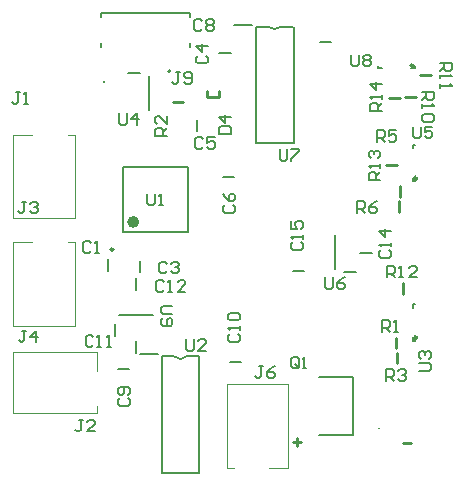
<source format=gbr>
%TF.GenerationSoftware,Altium Limited,Altium Designer,22.10.1 (41)*%
G04 Layer_Color=65535*
%FSLAX45Y45*%
%MOMM*%
%TF.SameCoordinates,8149DA90-88D9-4985-9A7D-E7F2AEE67DA1*%
%TF.FilePolarity,Positive*%
%TF.FileFunction,Legend,Top*%
%TF.Part,Single*%
G01*
G75*
%TA.AperFunction,NonConductor*%
%ADD57C,0.20320*%
%ADD58C,0.15300*%
%ADD59C,0.25400*%
%ADD68C,0.20000*%
%ADD69C,0.10000*%
%ADD70C,0.25000*%
%ADD71C,0.50000*%
%ADD72C,0.15000*%
%ADD73C,0.12700*%
D57*
X1144022Y1109240D02*
Y1205760D01*
X2908660Y1789740D02*
X3010260D01*
X2832460Y1817240D02*
Y2107240D01*
X969740Y1249740D02*
Y1351340D01*
X997240Y1427540D02*
X1287240D01*
X2701735Y3740978D02*
X2798255D01*
X1936735Y1033478D02*
X2033255D01*
X1848684Y3646086D02*
X1945204D01*
X3041740Y1949022D02*
X3138260D01*
X1141024Y1641735D02*
Y1738255D01*
X1252540Y3162762D02*
Y3452759D01*
X1074740Y3480262D02*
X1176340D01*
X1876735Y2593980D02*
X1973255D01*
X1178981Y1791745D02*
Y1888265D01*
X2471740Y1798981D02*
X2568260D01*
X991743Y969020D02*
X1088263D01*
X908720Y1801741D02*
Y1898261D01*
X1659022Y2981735D02*
Y3078255D01*
D58*
X160000Y3312484D02*
X126677D01*
X143339D01*
Y3229177D01*
X126677Y3212516D01*
X110016D01*
X93355Y3229177D01*
X193323Y3212516D02*
X226645D01*
X209984D01*
Y3312484D01*
X193323Y3295822D01*
X1407484Y2946693D02*
X1307516D01*
Y2996677D01*
X1324177Y3013338D01*
X1357500D01*
X1374161Y2996677D01*
Y2946693D01*
Y2980016D02*
X1407484Y3013338D01*
Y3113306D02*
Y3046661D01*
X1340839Y3113306D01*
X1324177D01*
X1307516Y3096645D01*
Y3063323D01*
X1324177Y3046661D01*
X1845016Y2956693D02*
X1944984D01*
Y3006677D01*
X1928322Y3023338D01*
X1861677D01*
X1845016Y3006677D01*
Y2956693D01*
X1944984Y3106645D02*
X1845016D01*
X1895000Y3056661D01*
Y3123306D01*
X3717516Y3563298D02*
X3817484D01*
Y3513314D01*
X3800823Y3496653D01*
X3767500D01*
X3750839Y3513314D01*
Y3563298D01*
Y3529975D02*
X3717516Y3496653D01*
Y3463330D02*
Y3430008D01*
Y3446669D01*
X3817484D01*
X3800823Y3463330D01*
X3717516Y3380024D02*
Y3346701D01*
Y3363362D01*
X3817484D01*
X3800823Y3380024D01*
X2520000Y991677D02*
Y1058322D01*
X2503339Y1074984D01*
X2470016D01*
X2453355Y1058322D01*
Y991677D01*
X2470016Y975016D01*
X2503339D01*
X2486678Y1008339D02*
X2520000Y975016D01*
X2503339D02*
X2520000Y991677D01*
X2553323Y975016D02*
X2586645D01*
X2569984D01*
Y1074984D01*
X2553323Y1058322D01*
X783347Y1240823D02*
X766686Y1257484D01*
X733363D01*
X716702Y1240823D01*
Y1174177D01*
X733363Y1157516D01*
X766686D01*
X783347Y1174177D01*
X816669Y1157516D02*
X849992D01*
X833331D01*
Y1257484D01*
X816669Y1240823D01*
X899976Y1157516D02*
X933298D01*
X916637D01*
Y1257484D01*
X899976Y1240823D01*
X2220839Y992484D02*
X2187516D01*
X2204177D01*
Y909178D01*
X2187516Y892516D01*
X2170855D01*
X2154194Y909178D01*
X2320806Y992484D02*
X2287484Y975823D01*
X2254161Y942500D01*
Y909178D01*
X2270823Y892516D01*
X2304145D01*
X2320806Y909178D01*
Y925839D01*
X2304145Y942500D01*
X2254161D01*
X2964193Y3632484D02*
Y3549178D01*
X2980855Y3532516D01*
X3014177D01*
X3030838Y3549178D01*
Y3632484D01*
X3064161Y3615823D02*
X3080823Y3632484D01*
X3114145D01*
X3130806Y3615823D01*
Y3599161D01*
X3114145Y3582500D01*
X3130806Y3565839D01*
Y3549178D01*
X3114145Y3532516D01*
X3080823D01*
X3064161Y3549178D01*
Y3565839D01*
X3080823Y3582500D01*
X3064161Y3599161D01*
Y3615823D01*
X3080823Y3582500D02*
X3114145D01*
X3542516Y956694D02*
X3625823D01*
X3642484Y973355D01*
Y1006677D01*
X3625823Y1023339D01*
X3542516D01*
X3559178Y1056661D02*
X3542516Y1073323D01*
Y1106645D01*
X3559178Y1123306D01*
X3575839D01*
X3592500Y1106645D01*
Y1089984D01*
Y1106645D01*
X3609161Y1123306D01*
X3625823D01*
X3642484Y1106645D01*
Y1073323D01*
X3625823Y1056661D01*
X210840Y2387983D02*
X177517D01*
X194179D01*
Y2304677D01*
X177517Y2288015D01*
X160856D01*
X144195Y2304677D01*
X244163Y2371322D02*
X260824Y2387983D01*
X294146D01*
X310808Y2371322D01*
Y2354661D01*
X294146Y2337999D01*
X277485D01*
X294146D01*
X310808Y2321338D01*
Y2304677D01*
X294146Y2288015D01*
X260824D01*
X244163Y2304677D01*
X696338Y540984D02*
X663016D01*
X679677D01*
Y457677D01*
X663016Y441016D01*
X646355D01*
X629693Y457677D01*
X796306Y441016D02*
X729661D01*
X796306Y507661D01*
Y524322D01*
X779645Y540984D01*
X746323D01*
X729661Y524322D01*
X2359194Y2829984D02*
Y2746678D01*
X2375855Y2730016D01*
X2409178D01*
X2425839Y2746678D01*
Y2829984D01*
X2459161D02*
X2525806D01*
Y2813323D01*
X2459161Y2746678D01*
Y2730016D01*
X1666677Y3623339D02*
X1650016Y3606678D01*
Y3573355D01*
X1666677Y3556694D01*
X1733322D01*
X1749984Y3573355D01*
Y3606678D01*
X1733322Y3623339D01*
X1749984Y3706646D02*
X1650016D01*
X1700000Y3656662D01*
Y3723307D01*
X1703339Y3913323D02*
X1686678Y3929984D01*
X1653355D01*
X1636694Y3913323D01*
Y3846678D01*
X1653355Y3830016D01*
X1686678D01*
X1703339Y3846678D01*
X1736661Y3913323D02*
X1753323Y3929984D01*
X1786645D01*
X1803307Y3913323D01*
Y3896661D01*
X1786645Y3880000D01*
X1803307Y3863339D01*
Y3846678D01*
X1786645Y3830016D01*
X1753323D01*
X1736661Y3846678D01*
Y3863339D01*
X1753323Y3880000D01*
X1736661Y3896661D01*
Y3913323D01*
X1753323Y3880000D02*
X1786645D01*
X1941678Y1264185D02*
X1925016Y1247524D01*
Y1214202D01*
X1941678Y1197540D01*
X2008323D01*
X2024984Y1214202D01*
Y1247524D01*
X2008323Y1264185D01*
X2024984Y1297508D02*
Y1330831D01*
Y1314170D01*
X1925016D01*
X1941678Y1297508D01*
Y1380815D02*
X1925016Y1397476D01*
Y1430799D01*
X1941678Y1447460D01*
X2008323D01*
X2024984Y1430799D01*
Y1397476D01*
X2008323Y1380815D01*
X1941678D01*
X3567516Y3314959D02*
X3667484D01*
Y3264975D01*
X3650823Y3248314D01*
X3617500D01*
X3600839Y3264975D01*
Y3314959D01*
Y3281637D02*
X3567516Y3248314D01*
Y3214992D02*
Y3181669D01*
Y3198330D01*
X3667484D01*
X3650823Y3214992D01*
Y3131685D02*
X3667484Y3115024D01*
Y3081701D01*
X3650823Y3065040D01*
X3584178D01*
X3567516Y3081701D01*
Y3115024D01*
X3584178Y3131685D01*
X3650823D01*
X3224984Y3152540D02*
X3125016D01*
Y3202524D01*
X3141677Y3219185D01*
X3175000D01*
X3191661Y3202524D01*
Y3152540D01*
Y3185863D02*
X3224984Y3219185D01*
Y3252508D02*
Y3285830D01*
Y3269169D01*
X3125016D01*
X3141677Y3252508D01*
X3224984Y3385798D02*
X3125016D01*
X3175000Y3335814D01*
Y3402459D01*
X1566694Y1222484D02*
Y1139178D01*
X1583355Y1122516D01*
X1616677D01*
X1633339Y1139178D01*
Y1222484D01*
X1733306Y1122516D02*
X1666661D01*
X1733306Y1189161D01*
Y1205823D01*
X1716645Y1222484D01*
X1683323D01*
X1666661Y1205823D01*
X2746694Y1749984D02*
Y1666677D01*
X2763355Y1650016D01*
X2796677D01*
X2813339Y1666677D01*
Y1749984D01*
X2913306D02*
X2879984Y1733322D01*
X2846661Y1700000D01*
Y1666677D01*
X2863323Y1650016D01*
X2896645D01*
X2913306Y1666677D01*
Y1683339D01*
X2896645Y1700000D01*
X2846661D01*
X1452484Y1503306D02*
X1369178D01*
X1352516Y1486644D01*
Y1453322D01*
X1369178Y1436661D01*
X1452484D01*
X1369178Y1403338D02*
X1352516Y1386677D01*
Y1353354D01*
X1369178Y1336693D01*
X1435823D01*
X1452484Y1353354D01*
Y1386677D01*
X1435823Y1403338D01*
X1419161D01*
X1402500Y1386677D01*
Y1336693D01*
X1379185Y1708322D02*
X1362524Y1724984D01*
X1329202D01*
X1312540Y1708322D01*
Y1641677D01*
X1329202Y1625016D01*
X1362524D01*
X1379185Y1641677D01*
X1412508Y1625016D02*
X1445831D01*
X1429170D01*
Y1724984D01*
X1412508Y1708322D01*
X1562460Y1625016D02*
X1495815D01*
X1562460Y1691661D01*
Y1708322D01*
X1545799Y1724984D01*
X1512476D01*
X1495815Y1708322D01*
X3212484Y2570041D02*
X3112516D01*
Y2620024D01*
X3129177Y2636686D01*
X3162500D01*
X3179161Y2620024D01*
Y2570041D01*
Y2603363D02*
X3212484Y2636686D01*
Y2670008D02*
Y2703331D01*
Y2686670D01*
X3112516D01*
X3129177Y2670008D01*
Y2753315D02*
X3112516Y2769976D01*
Y2803299D01*
X3129177Y2819960D01*
X3145839D01*
X3162500Y2803299D01*
Y2786637D01*
Y2803299D01*
X3179161Y2819960D01*
X3195822D01*
X3212484Y2803299D01*
Y2769976D01*
X3195822Y2753315D01*
X3272540Y1745016D02*
Y1844984D01*
X3322524D01*
X3339185Y1828322D01*
Y1795000D01*
X3322524Y1778339D01*
X3272540D01*
X3305863D02*
X3339185Y1745016D01*
X3372508D02*
X3405831D01*
X3389169D01*
Y1844984D01*
X3372508Y1828322D01*
X3522460Y1745016D02*
X3455815D01*
X3522460Y1811661D01*
Y1828322D01*
X3505798Y1844984D01*
X3472476D01*
X3455815Y1828322D01*
X2474177Y2041686D02*
X2457516Y2025024D01*
Y1991702D01*
X2474177Y1975040D01*
X2540822D01*
X2557484Y1991702D01*
Y2025024D01*
X2540822Y2041686D01*
X2557484Y2075008D02*
Y2108331D01*
Y2091670D01*
X2457516D01*
X2474177Y2075008D01*
X2457516Y2224960D02*
Y2158315D01*
X2507500D01*
X2490839Y2191637D01*
Y2208299D01*
X2507500Y2224960D01*
X2540822D01*
X2557484Y2208299D01*
Y2174976D01*
X2540822Y2158315D01*
X3221678Y1974186D02*
X3205016Y1957524D01*
Y1924202D01*
X3221678Y1907541D01*
X3288323D01*
X3304984Y1924202D01*
Y1957524D01*
X3288323Y1974186D01*
X3304984Y2007508D02*
Y2040831D01*
Y2024170D01*
X3205016D01*
X3221678Y2007508D01*
X3304984Y2140799D02*
X3205016D01*
X3255000Y2090815D01*
Y2157460D01*
X3486694Y3022484D02*
Y2939178D01*
X3503355Y2922516D01*
X3536677D01*
X3553339Y2939178D01*
Y3022484D01*
X3653306D02*
X3586661D01*
Y2972500D01*
X3619984Y2989161D01*
X3636645D01*
X3653306Y2972500D01*
Y2939178D01*
X3636645Y2922516D01*
X3603323D01*
X3586661Y2939178D01*
X999194Y3137484D02*
Y3054178D01*
X1015855Y3037516D01*
X1049177D01*
X1065839Y3054178D01*
Y3137484D01*
X1149145Y3037516D02*
Y3137484D01*
X1099161Y3087500D01*
X1165806D01*
X1240854Y2454935D02*
Y2371629D01*
X1257515Y2354968D01*
X1290838D01*
X1307499Y2371629D01*
Y2454935D01*
X1340822Y2354968D02*
X1374144D01*
X1357483D01*
Y2454935D01*
X1340822Y2438274D01*
X3016693Y2295016D02*
Y2394984D01*
X3066677D01*
X3083339Y2378322D01*
Y2345000D01*
X3066677Y2328338D01*
X3016693D01*
X3050016D02*
X3083339Y2295016D01*
X3183306Y2394984D02*
X3149984Y2378322D01*
X3116661Y2345000D01*
Y2311677D01*
X3133323Y2295016D01*
X3166645D01*
X3183306Y2311677D01*
Y2328338D01*
X3166645Y2345000D01*
X3116661D01*
X3181694Y2890016D02*
Y2989984D01*
X3231678D01*
X3248339Y2973322D01*
Y2940000D01*
X3231678Y2923339D01*
X3181694D01*
X3215016D02*
X3248339Y2890016D01*
X3348306Y2989984D02*
X3281661D01*
Y2940000D01*
X3314984Y2956661D01*
X3331645D01*
X3348306Y2940000D01*
Y2906677D01*
X3331645Y2890016D01*
X3298323D01*
X3281661Y2906677D01*
X3261694Y867516D02*
Y967484D01*
X3311677D01*
X3328339Y950823D01*
Y917500D01*
X3311677Y900839D01*
X3261694D01*
X3295016D02*
X3328339Y867516D01*
X3361661Y950823D02*
X3378323Y967484D01*
X3411645D01*
X3428306Y950823D01*
Y934161D01*
X3411645Y917500D01*
X3394984D01*
X3411645D01*
X3428306Y900839D01*
Y884178D01*
X3411645Y867516D01*
X3378323D01*
X3361661Y884178D01*
X3225855Y1285016D02*
Y1384984D01*
X3275839D01*
X3292500Y1368323D01*
Y1335000D01*
X3275839Y1318339D01*
X3225855D01*
X3259177D02*
X3292500Y1285016D01*
X3325823D02*
X3359145D01*
X3342484D01*
Y1384984D01*
X3325823Y1368323D01*
X1518339Y3484984D02*
X1485016D01*
X1501677D01*
Y3401677D01*
X1485016Y3385016D01*
X1468355D01*
X1451694Y3401677D01*
X1551661D02*
X1568323Y3385016D01*
X1601645D01*
X1618306Y3401677D01*
Y3468323D01*
X1601645Y3484984D01*
X1568323D01*
X1551661Y3468323D01*
Y3451661D01*
X1568323Y3435000D01*
X1618306D01*
X215839Y1294984D02*
X182516D01*
X199177D01*
Y1211678D01*
X182516Y1195016D01*
X165855D01*
X149194Y1211678D01*
X299145Y1195016D02*
Y1294984D01*
X249161Y1245000D01*
X315806D01*
X1009177Y720839D02*
X992516Y704178D01*
Y670855D01*
X1009177Y654194D01*
X1075822D01*
X1092484Y670855D01*
Y704178D01*
X1075822Y720839D01*
Y754162D02*
X1092484Y770823D01*
Y804145D01*
X1075822Y820807D01*
X1009177D01*
X992516Y804145D01*
Y770823D01*
X1009177Y754162D01*
X1025839D01*
X1042500Y770823D01*
Y820807D01*
X1899177Y2355839D02*
X1882516Y2339177D01*
Y2305855D01*
X1899177Y2289194D01*
X1965822D01*
X1982483Y2305855D01*
Y2339177D01*
X1965822Y2355839D01*
X1882516Y2455806D02*
X1899177Y2422484D01*
X1932500Y2389161D01*
X1965822D01*
X1982483Y2405823D01*
Y2439145D01*
X1965822Y2455806D01*
X1949161D01*
X1932500Y2439145D01*
Y2389161D01*
X1713339Y2918323D02*
X1696678Y2934984D01*
X1663355D01*
X1646694Y2918323D01*
Y2851678D01*
X1663355Y2835016D01*
X1696678D01*
X1713339Y2851678D01*
X1813307Y2934984D02*
X1746661D01*
Y2885000D01*
X1779984Y2901661D01*
X1796645D01*
X1813307Y2885000D01*
Y2851678D01*
X1796645Y2835016D01*
X1763323D01*
X1746661Y2851678D01*
X1408339Y1863322D02*
X1391677Y1879984D01*
X1358355D01*
X1341694Y1863322D01*
Y1796677D01*
X1358355Y1780016D01*
X1391677D01*
X1408339Y1796677D01*
X1441661Y1863322D02*
X1458323Y1879984D01*
X1491645D01*
X1508306Y1863322D01*
Y1846661D01*
X1491645Y1830000D01*
X1474984D01*
X1491645D01*
X1508306Y1813339D01*
Y1796677D01*
X1491645Y1780016D01*
X1458323D01*
X1441661Y1796677D01*
X765000Y2035822D02*
X748339Y2052484D01*
X715016D01*
X698355Y2035822D01*
Y1969177D01*
X715016Y1952516D01*
X748339D01*
X765000Y1969177D01*
X798323Y1952516D02*
X831645D01*
X814984D01*
Y2052484D01*
X798323Y2035822D01*
D59*
X1454280Y3228740D02*
X1545720D01*
X1744200Y3276400D02*
X1845800D01*
X1744200D02*
Y3326098D01*
X1845800Y3276400D02*
Y3326098D01*
X3546780Y3461240D02*
X3638220D01*
X3419280Y3273800D02*
X3510720D01*
X3284280Y3268700D02*
X3375720D01*
X3264281Y2698699D02*
X3355721D01*
X3343800Y1144280D02*
Y1235720D01*
X3356239Y1016782D02*
Y1108222D01*
X3401299Y1609278D02*
Y1700718D01*
X3371300Y2299280D02*
Y2390720D01*
X3376300Y2424278D02*
Y2515718D01*
X3405400Y340400D02*
X3472045D01*
X2475400Y348722D02*
X2542045D01*
X2508722Y382045D02*
Y315400D01*
D68*
X871500Y3404000D02*
G03*
X871500Y3394000I0J-5000D01*
G01*
D02*
G03*
X871500Y3404000I0J5000D01*
G01*
Y3394000D02*
G03*
X871500Y3404000I0J5000D01*
G01*
X2261900Y3869600D02*
G03*
X2371140Y3869600I54620J54620D01*
G01*
X1465320Y1077500D02*
G03*
X1574560Y1077500I54620J54620D01*
G01*
X1435000Y3492500D02*
G03*
X1435000Y3492500I-10000J0D01*
G01*
X2688798Y899998D02*
X2979999D01*
Y410002D02*
Y899998D01*
X2688798Y410002D02*
X2979999D01*
X2157781Y3869599D02*
X2261900D01*
X2371141D02*
X2475260D01*
X2477780Y2879598D02*
Y3869599D01*
X2157781Y2879598D02*
Y3869599D01*
Y2879598D02*
X2477780D01*
X1970278Y3886601D02*
X2122780D01*
X1173698Y1094501D02*
X1326200D01*
X1361201Y87498D02*
X1681201D01*
X1361201D02*
Y1077498D01*
X1681201Y87498D02*
Y1077498D01*
X1574561D02*
X1678681D01*
X1361201D02*
X1465321D01*
X1035000Y2129953D02*
X1584996D01*
Y2679954D01*
X1035000D02*
X1584996D01*
X1035000Y2129953D02*
Y2679954D01*
D69*
X3208800Y464500D02*
G03*
X3198800Y464500I-5000J0D01*
G01*
D02*
G03*
X3208800Y464500I5000J0D01*
G01*
X2430503Y134499D02*
Y844500D01*
X2270498Y134499D02*
X2430503D01*
X1910499Y844500D02*
X2430503D01*
X1910499Y134499D02*
Y844500D01*
Y134499D02*
X1970498D01*
X565004Y2955000D02*
X625004D01*
Y2244999D02*
Y2955000D01*
X105000Y2244999D02*
X625004D01*
X105000D02*
Y2955000D01*
X264999D01*
X815501Y955499D02*
Y1115499D01*
Y595500D02*
Y655500D01*
X105500Y595500D02*
Y1115499D01*
Y595500D02*
X815501D01*
X105500Y1115499D02*
X815501D01*
X105000Y2045000D02*
X264999D01*
X105000Y1334999D02*
Y2045000D01*
Y1334999D02*
X625004D01*
Y2045000D01*
X565004D02*
X625004D01*
D70*
X3492500Y3540000D02*
G03*
X3492500Y3540000I-12500J0D01*
G01*
X3522500Y1234840D02*
G03*
X3522500Y1234840I-12500J0D01*
G01*
X952499Y1982403D02*
G03*
X952499Y1982403I-12500J0D01*
G01*
X3522500Y2584840D02*
G03*
X3522500Y2584840I-12500J0D01*
G01*
D71*
X1144999Y2214952D02*
G03*
X1144999Y2214952I-25000J0D01*
G01*
D72*
X3474999Y3519998D02*
X3505002D01*
Y3537499D01*
X3195000Y3519998D02*
X3225002D01*
X3195000D02*
Y3537499D01*
X3490001Y1519839D02*
X3507501D01*
X3490001Y1489842D02*
Y1519839D01*
Y1209838D02*
X3507501D01*
X3490001D02*
Y1239840D01*
Y2559837D02*
X3507501D01*
X3490001Y2869839D02*
X3507501D01*
X3490001Y2839842D02*
Y2869839D01*
Y2559837D02*
Y2589840D01*
D73*
X845002Y3952499D02*
Y3982502D01*
X1605001Y3952499D02*
Y3982502D01*
X845002Y3692500D02*
Y3732500D01*
X1605001Y3692500D02*
Y3732500D01*
X845002Y3987500D02*
X1605001D01*
%TF.MD5,238f9ff2df49110aa951ae4412cd9089*%
M02*

</source>
